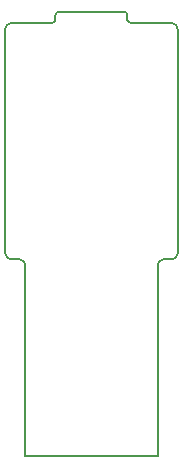
<source format=gbr>
%TF.GenerationSoftware,KiCad,Pcbnew,8.99.0-unknown-77b1d367df~178~ubuntu23.10.1*%
%TF.CreationDate,2024-11-14T21:45:02-05:00*%
%TF.ProjectId,nRF54L15Dongle,6e524635-344c-4313-9544-6f6e676c652e,rev?*%
%TF.SameCoordinates,Original*%
%TF.FileFunction,Profile,NP*%
%FSLAX46Y46*%
G04 Gerber Fmt 4.6, Leading zero omitted, Abs format (unit mm)*
G04 Created by KiCad (PCBNEW 8.99.0-unknown-77b1d367df~178~ubuntu23.10.1) date 2024-11-14 21:45:02*
%MOMM*%
%LPD*%
G01*
G04 APERTURE LIST*
%TA.AperFunction,Profile*%
%ADD10C,0.150000*%
%TD*%
G04 APERTURE END LIST*
D10*
X166950000Y-64090000D02*
X166950000Y-64450000D01*
X177300000Y-84250000D02*
G75*
G02*
X176800000Y-84750000I-500000J0D01*
G01*
X163200000Y-64750000D02*
X165700000Y-64750000D01*
X172750000Y-63790000D02*
X167250000Y-63790000D01*
X173350000Y-64750000D02*
G75*
G02*
X173050000Y-64450000I0J300000D01*
G01*
X173050000Y-64450000D02*
X173050000Y-64090000D01*
X164400000Y-101400000D02*
X175600000Y-101400000D01*
X164400000Y-85250000D02*
X164400000Y-101400000D01*
X173350000Y-64750000D02*
X174300000Y-64750000D01*
X176800000Y-84750000D02*
X176100000Y-84750000D01*
X175600000Y-85250000D02*
G75*
G02*
X176100000Y-84750000I500000J0D01*
G01*
X163900000Y-84750000D02*
G75*
G02*
X164400000Y-85250000I0J-500000D01*
G01*
X176800000Y-64750000D02*
G75*
G02*
X177300000Y-65250000I0J-500000D01*
G01*
X166950000Y-64090000D02*
G75*
G02*
X167250000Y-63790000I300000J0D01*
G01*
X162700000Y-65250000D02*
G75*
G02*
X163200000Y-64750000I500000J0D01*
G01*
X166950000Y-64450000D02*
G75*
G02*
X166650000Y-64750000I-300000J0D01*
G01*
X166650000Y-64750000D02*
X165700000Y-64750000D01*
X174300000Y-64750000D02*
X176800000Y-64750000D01*
X163200000Y-84750000D02*
G75*
G02*
X162700000Y-84250000I0J500000D01*
G01*
X177300000Y-65250000D02*
X177300000Y-84250000D01*
X172750000Y-63790000D02*
G75*
G02*
X173050000Y-64090000I0J-300000D01*
G01*
X163900000Y-84750000D02*
X163200000Y-84750000D01*
X162700000Y-65250000D02*
X162700000Y-84250000D01*
X175600000Y-85250000D02*
X175600000Y-101400000D01*
M02*

</source>
